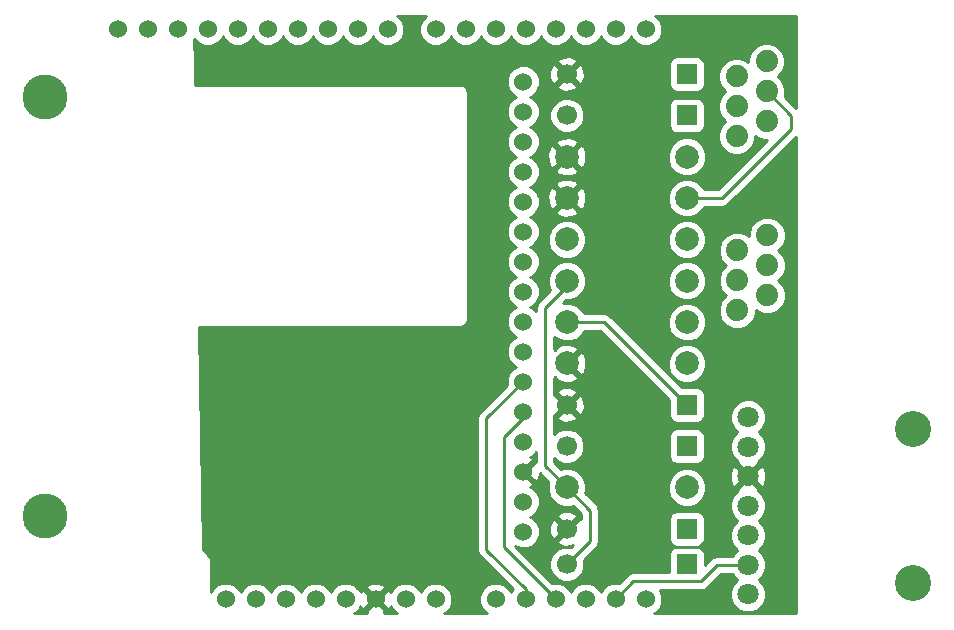
<source format=gbr>
G04 #@! TF.FileFunction,Copper,L2,Bot,Signal*
%FSLAX46Y46*%
G04 Gerber Fmt 4.6, Leading zero omitted, Abs format (unit mm)*
G04 Created by KiCad (PCBNEW 4.0.2-stable) date Tuesday, December 06, 2016 'PMt' 03:41:46 PM*
%MOMM*%
G01*
G04 APERTURE LIST*
%ADD10C,0.100000*%
%ADD11C,1.699260*%
%ADD12R,1.699260X1.699260*%
%ADD13C,1.998980*%
%ADD14C,1.879600*%
%ADD15C,1.524000*%
%ADD16C,3.048000*%
%ADD17C,1.800000*%
%ADD18C,3.810000*%
%ADD19C,0.250000*%
%ADD20C,0.254000*%
G04 APERTURE END LIST*
D10*
D11*
X160839480Y-125502540D03*
D12*
X170999480Y-125502540D03*
D11*
X160839480Y-122502540D03*
D12*
X170999480Y-122502540D03*
D11*
X160839480Y-87502540D03*
D12*
X170999480Y-87502540D03*
D11*
X160839480Y-84002540D03*
D12*
X170999480Y-84002540D03*
D11*
X160839480Y-115502540D03*
D12*
X170999480Y-115502540D03*
D11*
X160839480Y-112002540D03*
D12*
X170999480Y-112002540D03*
D13*
X171000000Y-119000000D03*
X160840000Y-119000000D03*
X171000000Y-101500000D03*
X160840000Y-101500000D03*
X171000000Y-98000000D03*
X160840000Y-98000000D03*
X171000000Y-94500000D03*
X160840000Y-94500000D03*
X171000000Y-91000000D03*
X160840000Y-91000000D03*
X171000000Y-105000000D03*
X160840000Y-105000000D03*
X171000000Y-108500000D03*
X160840000Y-108500000D03*
D14*
X175260000Y-104013000D03*
X177800000Y-102743000D03*
X175260000Y-101473000D03*
X177800000Y-100203000D03*
X175260000Y-98933000D03*
X177800000Y-97663000D03*
D15*
X167501100Y-128463600D03*
X164961100Y-128463600D03*
X162421100Y-128463600D03*
X154801100Y-128463600D03*
X157341100Y-128463600D03*
X159881100Y-128463600D03*
X149721100Y-128463600D03*
X147181100Y-128463600D03*
X144641100Y-128463600D03*
X139561100Y-128463600D03*
X137021100Y-128463600D03*
X167501100Y-80203600D03*
X164961100Y-80203600D03*
X162421100Y-80203600D03*
X159881100Y-80203600D03*
X157341100Y-80203600D03*
X154801100Y-80203600D03*
X152261100Y-80203600D03*
X149721100Y-80203600D03*
X145657100Y-80203600D03*
X143117100Y-80203600D03*
X140577100Y-80203600D03*
X138037100Y-80203600D03*
X135497100Y-80203600D03*
X132957100Y-80203600D03*
X130417100Y-80203600D03*
X127877100Y-80203600D03*
X142101100Y-128463600D03*
X125337100Y-80203600D03*
X122797100Y-80203600D03*
X134481100Y-128463600D03*
X131941100Y-128463600D03*
D16*
X190184800Y-127048400D03*
D17*
X176184800Y-120548400D03*
X176184800Y-118048400D03*
X176184800Y-115548400D03*
X176184800Y-113048400D03*
X176184800Y-123048400D03*
X176184800Y-125548400D03*
X176184800Y-128048400D03*
D16*
X190184800Y-114048400D03*
D18*
X116674800Y-85932800D03*
D15*
X157149800Y-122732800D03*
X157149800Y-120192800D03*
X157149800Y-117652800D03*
X157149800Y-115112800D03*
X157149800Y-112572800D03*
X157149800Y-110032800D03*
X157149800Y-107492800D03*
X157149800Y-104952800D03*
X157149800Y-102412800D03*
X157149800Y-99872800D03*
X157149800Y-97332800D03*
X157149800Y-94792800D03*
X157149800Y-92252800D03*
X157149800Y-89712800D03*
X157149800Y-87172800D03*
X157149800Y-84632800D03*
D18*
X116674800Y-121432800D03*
D14*
X175209200Y-89281000D03*
X177749200Y-88011000D03*
X175209200Y-86741000D03*
X177749200Y-85471000D03*
X175209200Y-84201000D03*
X177749200Y-82931000D03*
D19*
X160840000Y-101500000D02*
X160840000Y-101948400D01*
X160840000Y-101948400D02*
X159004000Y-103784400D01*
X159004000Y-117164000D02*
X160840000Y-119000000D01*
X159004000Y-103784400D02*
X159004000Y-117164000D01*
X160840000Y-119000000D02*
X160859200Y-119000000D01*
X160859200Y-119000000D02*
X162814000Y-120954800D01*
X162814000Y-123528020D02*
X160839480Y-125502540D01*
X162814000Y-120954800D02*
X162814000Y-123528020D01*
X160840000Y-105000000D02*
X163996940Y-105000000D01*
X163996940Y-105000000D02*
X170999480Y-112002540D01*
X171000000Y-94500000D02*
X173978000Y-94500000D01*
X179832000Y-87553800D02*
X177749200Y-85471000D01*
X179832000Y-88646000D02*
X179832000Y-87553800D01*
X173978000Y-94500000D02*
X179832000Y-88646000D01*
X176184800Y-125548400D02*
X173562000Y-125548400D01*
X166475500Y-126949200D02*
X164961100Y-128463600D01*
X172161200Y-126949200D02*
X166475500Y-126949200D01*
X173562000Y-125548400D02*
X172161200Y-126949200D01*
X157341100Y-128463600D02*
X157341100Y-127572300D01*
X154025600Y-113157000D02*
X157149800Y-110032800D01*
X154025600Y-124256800D02*
X154025600Y-113157000D01*
X157341100Y-127572300D02*
X154025600Y-124256800D01*
X157149800Y-112572800D02*
X157632400Y-112572800D01*
X157632400Y-112572800D02*
X155498800Y-114706400D01*
X155498800Y-114706400D02*
X155498800Y-124081300D01*
X155498800Y-124081300D02*
X159881100Y-128463600D01*
X152400000Y-80695800D02*
X152400000Y-80416400D01*
D20*
G36*
X148537471Y-79411230D02*
X148324343Y-79924500D01*
X148323858Y-80480261D01*
X148536090Y-80993903D01*
X148928730Y-81387229D01*
X149442000Y-81600357D01*
X149997761Y-81600842D01*
X150511403Y-81388610D01*
X150904729Y-80995970D01*
X150991049Y-80788088D01*
X151076090Y-80993903D01*
X151468730Y-81387229D01*
X151982000Y-81600357D01*
X152537761Y-81600842D01*
X153051403Y-81388610D01*
X153444729Y-80995970D01*
X153531049Y-80788088D01*
X153616090Y-80993903D01*
X154008730Y-81387229D01*
X154522000Y-81600357D01*
X155077761Y-81600842D01*
X155591403Y-81388610D01*
X155984729Y-80995970D01*
X156071049Y-80788088D01*
X156156090Y-80993903D01*
X156548730Y-81387229D01*
X157062000Y-81600357D01*
X157617761Y-81600842D01*
X158131403Y-81388610D01*
X158524729Y-80995970D01*
X158611049Y-80788088D01*
X158696090Y-80993903D01*
X159088730Y-81387229D01*
X159602000Y-81600357D01*
X160157761Y-81600842D01*
X160671403Y-81388610D01*
X161064729Y-80995970D01*
X161151049Y-80788088D01*
X161236090Y-80993903D01*
X161628730Y-81387229D01*
X162142000Y-81600357D01*
X162697761Y-81600842D01*
X163211403Y-81388610D01*
X163604729Y-80995970D01*
X163691049Y-80788088D01*
X163776090Y-80993903D01*
X164168730Y-81387229D01*
X164682000Y-81600357D01*
X165237761Y-81600842D01*
X165751403Y-81388610D01*
X166144729Y-80995970D01*
X166231049Y-80788088D01*
X166316090Y-80993903D01*
X166708730Y-81387229D01*
X167222000Y-81600357D01*
X167777761Y-81600842D01*
X168291403Y-81388610D01*
X168684729Y-80995970D01*
X168897857Y-80482700D01*
X168898342Y-79926939D01*
X168686110Y-79413297D01*
X168342813Y-79069400D01*
X180263800Y-79069400D01*
X180263800Y-86910798D01*
X179269416Y-85916414D01*
X179323726Y-85785621D01*
X179324273Y-85159127D01*
X179085029Y-84580113D01*
X178706304Y-84200727D01*
X179083472Y-83824217D01*
X179323726Y-83245621D01*
X179324273Y-82619127D01*
X179085029Y-82040113D01*
X178642417Y-81596728D01*
X178063821Y-81356474D01*
X177437327Y-81355927D01*
X176858313Y-81595171D01*
X176414928Y-82037783D01*
X176174674Y-82616379D01*
X176174392Y-82938829D01*
X176102417Y-82866728D01*
X175523821Y-82626474D01*
X174897327Y-82625927D01*
X174318313Y-82865171D01*
X173874928Y-83307783D01*
X173634674Y-83886379D01*
X173634127Y-84512873D01*
X173873371Y-85091887D01*
X174252096Y-85471273D01*
X173874928Y-85847783D01*
X173634674Y-86426379D01*
X173634127Y-87052873D01*
X173873371Y-87631887D01*
X174252096Y-88011273D01*
X173874928Y-88387783D01*
X173634674Y-88966379D01*
X173634127Y-89592873D01*
X173873371Y-90171887D01*
X174315983Y-90615272D01*
X174894579Y-90855526D01*
X175521073Y-90856073D01*
X176100087Y-90616829D01*
X176543472Y-90174217D01*
X176783726Y-89595621D01*
X176784008Y-89273171D01*
X176855983Y-89345272D01*
X177434579Y-89585526D01*
X177817338Y-89585860D01*
X173663198Y-93740000D01*
X172454496Y-93740000D01*
X172386462Y-93575345D01*
X171927073Y-93115154D01*
X171326547Y-92865794D01*
X170676306Y-92865226D01*
X170075345Y-93113538D01*
X169615154Y-93572927D01*
X169365794Y-94173453D01*
X169365226Y-94823694D01*
X169613538Y-95424655D01*
X170072927Y-95884846D01*
X170673453Y-96134206D01*
X171323694Y-96134774D01*
X171924655Y-95886462D01*
X172384846Y-95427073D01*
X172454221Y-95260000D01*
X173978000Y-95260000D01*
X174268839Y-95202148D01*
X174515401Y-95037401D01*
X180263800Y-89289002D01*
X180263800Y-129667800D01*
X168244960Y-129667800D01*
X168291403Y-129648610D01*
X168684729Y-129255970D01*
X168897857Y-128742700D01*
X168898342Y-128186939D01*
X168700945Y-127709200D01*
X172161200Y-127709200D01*
X172452039Y-127651348D01*
X172698601Y-127486601D01*
X173876802Y-126308400D01*
X174837954Y-126308400D01*
X174882732Y-126416771D01*
X175263982Y-126798688D01*
X174884249Y-127177757D01*
X174650067Y-127741730D01*
X174649535Y-128352391D01*
X174882732Y-128916771D01*
X175314157Y-129348951D01*
X175878130Y-129583133D01*
X176488791Y-129583665D01*
X177053171Y-129350468D01*
X177485351Y-128919043D01*
X177719533Y-128355070D01*
X177720065Y-127744409D01*
X177486868Y-127180029D01*
X177105618Y-126798112D01*
X177485351Y-126419043D01*
X177719533Y-125855070D01*
X177720065Y-125244409D01*
X177486868Y-124680029D01*
X177105618Y-124298112D01*
X177485351Y-123919043D01*
X177719533Y-123355070D01*
X177720065Y-122744409D01*
X177486868Y-122180029D01*
X177105618Y-121798112D01*
X177485351Y-121419043D01*
X177719533Y-120855070D01*
X177720065Y-120244409D01*
X177486868Y-119680029D01*
X177055443Y-119247849D01*
X177046428Y-119244106D01*
X177085354Y-119128559D01*
X176184800Y-118228005D01*
X175284246Y-119128559D01*
X175323007Y-119243614D01*
X175316429Y-119246332D01*
X174884249Y-119677757D01*
X174650067Y-120241730D01*
X174649535Y-120852391D01*
X174882732Y-121416771D01*
X175263982Y-121798688D01*
X174884249Y-122177757D01*
X174650067Y-122741730D01*
X174649535Y-123352391D01*
X174882732Y-123916771D01*
X175263982Y-124298688D01*
X174884249Y-124677757D01*
X174838306Y-124788400D01*
X173562000Y-124788400D01*
X173271160Y-124846252D01*
X173024599Y-125010999D01*
X172496550Y-125539048D01*
X172496550Y-124652910D01*
X172452272Y-124417593D01*
X172313200Y-124201469D01*
X172101000Y-124056479D01*
X171849110Y-124005470D01*
X170149850Y-124005470D01*
X169914533Y-124049748D01*
X169698409Y-124188820D01*
X169553419Y-124401020D01*
X169502410Y-124652910D01*
X169502410Y-126189200D01*
X166475500Y-126189200D01*
X166184661Y-126247052D01*
X165938099Y-126411799D01*
X165270481Y-127079417D01*
X165240200Y-127066843D01*
X164684439Y-127066358D01*
X164170797Y-127278590D01*
X163777471Y-127671230D01*
X163691151Y-127879112D01*
X163606110Y-127673297D01*
X163213470Y-127279971D01*
X162700200Y-127066843D01*
X162144439Y-127066358D01*
X161630797Y-127278590D01*
X161237471Y-127671230D01*
X161151151Y-127879112D01*
X161066110Y-127673297D01*
X160673470Y-127279971D01*
X160160200Y-127066843D01*
X159604439Y-127066358D01*
X159572045Y-127079743D01*
X156445159Y-123952857D01*
X156870700Y-124129557D01*
X157426461Y-124130042D01*
X157940103Y-123917810D01*
X158333429Y-123525170D01*
X158546557Y-123011900D01*
X158547042Y-122456139D01*
X158471746Y-122273907D01*
X159343130Y-122273907D01*
X159369539Y-122863939D01*
X159544527Y-123286398D01*
X159795790Y-123366625D01*
X160659875Y-122502540D01*
X159795790Y-121638455D01*
X159544527Y-121718682D01*
X159343130Y-122273907D01*
X158471746Y-122273907D01*
X158334810Y-121942497D01*
X157942170Y-121549171D01*
X157734288Y-121462851D01*
X157743971Y-121458850D01*
X159975395Y-121458850D01*
X160839480Y-122322935D01*
X161703565Y-121458850D01*
X161623338Y-121207587D01*
X161068113Y-121006190D01*
X160478081Y-121032599D01*
X160055622Y-121207587D01*
X159975395Y-121458850D01*
X157743971Y-121458850D01*
X157940103Y-121377810D01*
X158333429Y-120985170D01*
X158546557Y-120471900D01*
X158547042Y-119916139D01*
X158334810Y-119402497D01*
X157942170Y-119009171D01*
X157750073Y-118929405D01*
X157880943Y-118875197D01*
X157950408Y-118633013D01*
X157149800Y-117832405D01*
X157135658Y-117846548D01*
X156956053Y-117666943D01*
X156970195Y-117652800D01*
X156956053Y-117638658D01*
X157135658Y-117459053D01*
X157149800Y-117473195D01*
X157950408Y-116672587D01*
X157880943Y-116430403D01*
X157740482Y-116380291D01*
X157940103Y-116297810D01*
X158244000Y-115994443D01*
X158244000Y-116884887D01*
X158130013Y-116852192D01*
X157329405Y-117652800D01*
X158130013Y-118453408D01*
X158372197Y-118383943D01*
X158558944Y-117860498D01*
X158555427Y-117790229D01*
X159274115Y-118508917D01*
X159205794Y-118673453D01*
X159205226Y-119323694D01*
X159453538Y-119924655D01*
X159912927Y-120384846D01*
X160513453Y-120634206D01*
X161163694Y-120634774D01*
X161344475Y-120560077D01*
X162054000Y-121269602D01*
X162054000Y-121693000D01*
X161883170Y-121638455D01*
X161019085Y-122502540D01*
X161033228Y-122516683D01*
X160853623Y-122696288D01*
X160839480Y-122682145D01*
X159975395Y-123546230D01*
X160055622Y-123797493D01*
X160610847Y-123998890D01*
X161200879Y-123972481D01*
X161361104Y-123906114D01*
X161215906Y-124051312D01*
X161136087Y-124018168D01*
X160545464Y-124017652D01*
X159999603Y-124243198D01*
X159581606Y-124660466D01*
X159355108Y-125205933D01*
X159354592Y-125796556D01*
X159580138Y-126342417D01*
X159997406Y-126760414D01*
X160542873Y-126986912D01*
X161133496Y-126987428D01*
X161679357Y-126761882D01*
X162097354Y-126344614D01*
X162323852Y-125799147D01*
X162324368Y-125208524D01*
X162290431Y-125126391D01*
X163351401Y-124065421D01*
X163516148Y-123818859D01*
X163574000Y-123528020D01*
X163574000Y-121652910D01*
X169502410Y-121652910D01*
X169502410Y-123352170D01*
X169546688Y-123587487D01*
X169685760Y-123803611D01*
X169897960Y-123948601D01*
X170149850Y-123999610D01*
X171849110Y-123999610D01*
X172084427Y-123955332D01*
X172300551Y-123816260D01*
X172445541Y-123604060D01*
X172496550Y-123352170D01*
X172496550Y-121652910D01*
X172452272Y-121417593D01*
X172313200Y-121201469D01*
X172101000Y-121056479D01*
X171849110Y-121005470D01*
X170149850Y-121005470D01*
X169914533Y-121049748D01*
X169698409Y-121188820D01*
X169553419Y-121401020D01*
X169502410Y-121652910D01*
X163574000Y-121652910D01*
X163574000Y-120954800D01*
X163516148Y-120663961D01*
X163351401Y-120417399D01*
X162411518Y-119477516D01*
X162474206Y-119326547D01*
X162474208Y-119323694D01*
X169365226Y-119323694D01*
X169613538Y-119924655D01*
X170072927Y-120384846D01*
X170673453Y-120634206D01*
X171323694Y-120634774D01*
X171924655Y-120386462D01*
X172384846Y-119927073D01*
X172634206Y-119326547D01*
X172634774Y-118676306D01*
X172386462Y-118075345D01*
X172119320Y-117807736D01*
X174638342Y-117807736D01*
X174663961Y-118417860D01*
X174848157Y-118862548D01*
X175104641Y-118948954D01*
X176005195Y-118048400D01*
X176364405Y-118048400D01*
X177264959Y-118948954D01*
X177521443Y-118862548D01*
X177731258Y-118289064D01*
X177705639Y-117678940D01*
X177521443Y-117234252D01*
X177264959Y-117147846D01*
X176364405Y-118048400D01*
X176005195Y-118048400D01*
X175104641Y-117147846D01*
X174848157Y-117234252D01*
X174638342Y-117807736D01*
X172119320Y-117807736D01*
X171927073Y-117615154D01*
X171326547Y-117365794D01*
X170676306Y-117365226D01*
X170075345Y-117613538D01*
X169615154Y-118072927D01*
X169365794Y-118673453D01*
X169365226Y-119323694D01*
X162474208Y-119323694D01*
X162474774Y-118676306D01*
X162226462Y-118075345D01*
X161767073Y-117615154D01*
X161166547Y-117365794D01*
X160516306Y-117365226D01*
X160349111Y-117434309D01*
X159764000Y-116849198D01*
X159764000Y-116526600D01*
X159997406Y-116760414D01*
X160542873Y-116986912D01*
X161133496Y-116987428D01*
X161679357Y-116761882D01*
X162097354Y-116344614D01*
X162323852Y-115799147D01*
X162324368Y-115208524D01*
X162098822Y-114662663D01*
X162089087Y-114652910D01*
X169502410Y-114652910D01*
X169502410Y-116352170D01*
X169546688Y-116587487D01*
X169685760Y-116803611D01*
X169897960Y-116948601D01*
X170149850Y-116999610D01*
X171849110Y-116999610D01*
X172084427Y-116955332D01*
X172300551Y-116816260D01*
X172445541Y-116604060D01*
X172496550Y-116352170D01*
X172496550Y-114652910D01*
X172452272Y-114417593D01*
X172313200Y-114201469D01*
X172101000Y-114056479D01*
X171849110Y-114005470D01*
X170149850Y-114005470D01*
X169914533Y-114049748D01*
X169698409Y-114188820D01*
X169553419Y-114401020D01*
X169502410Y-114652910D01*
X162089087Y-114652910D01*
X161681554Y-114244666D01*
X161136087Y-114018168D01*
X160545464Y-114017652D01*
X159999603Y-114243198D01*
X159764000Y-114478390D01*
X159764000Y-113046230D01*
X159975395Y-113046230D01*
X160055622Y-113297493D01*
X160610847Y-113498890D01*
X161200879Y-113472481D01*
X161623338Y-113297493D01*
X161703565Y-113046230D01*
X160839480Y-112182145D01*
X159975395Y-113046230D01*
X159764000Y-113046230D01*
X159764000Y-112856475D01*
X159795790Y-112866625D01*
X160659875Y-112002540D01*
X161019085Y-112002540D01*
X161883170Y-112866625D01*
X162134433Y-112786398D01*
X162335830Y-112231173D01*
X162309421Y-111641141D01*
X162134433Y-111218682D01*
X161883170Y-111138455D01*
X161019085Y-112002540D01*
X160659875Y-112002540D01*
X159795790Y-111138455D01*
X159764000Y-111148605D01*
X159764000Y-110958850D01*
X159975395Y-110958850D01*
X160839480Y-111822935D01*
X161703565Y-110958850D01*
X161623338Y-110707587D01*
X161068113Y-110506190D01*
X160478081Y-110532599D01*
X160055622Y-110707587D01*
X159975395Y-110958850D01*
X159764000Y-110958850D01*
X159764000Y-109755608D01*
X159867444Y-109652164D01*
X159966042Y-109918965D01*
X160575582Y-110145401D01*
X161225377Y-110121341D01*
X161713958Y-109918965D01*
X161812557Y-109652163D01*
X160840000Y-108679605D01*
X160825858Y-108693748D01*
X160646252Y-108514142D01*
X160660395Y-108500000D01*
X161019605Y-108500000D01*
X161992163Y-109472557D01*
X162258965Y-109373958D01*
X162485401Y-108764418D01*
X162461341Y-108114623D01*
X162258965Y-107626042D01*
X161992163Y-107527443D01*
X161019605Y-108500000D01*
X160660395Y-108500000D01*
X160646252Y-108485858D01*
X160825858Y-108306252D01*
X160840000Y-108320395D01*
X161812557Y-107347837D01*
X161713958Y-107081035D01*
X161104418Y-106854599D01*
X160454623Y-106878659D01*
X159966042Y-107081035D01*
X159867444Y-107347836D01*
X159764000Y-107244392D01*
X159764000Y-106235659D01*
X159912927Y-106384846D01*
X160513453Y-106634206D01*
X161163694Y-106634774D01*
X161764655Y-106386462D01*
X162224846Y-105927073D01*
X162294221Y-105760000D01*
X163682138Y-105760000D01*
X169502410Y-111580272D01*
X169502410Y-112852170D01*
X169546688Y-113087487D01*
X169685760Y-113303611D01*
X169897960Y-113448601D01*
X170149850Y-113499610D01*
X171849110Y-113499610D01*
X172084427Y-113455332D01*
X172244401Y-113352391D01*
X174649535Y-113352391D01*
X174882732Y-113916771D01*
X175263982Y-114298688D01*
X174884249Y-114677757D01*
X174650067Y-115241730D01*
X174649535Y-115852391D01*
X174882732Y-116416771D01*
X175314157Y-116848951D01*
X175323172Y-116852694D01*
X175284246Y-116968241D01*
X176184800Y-117868795D01*
X177085354Y-116968241D01*
X177046593Y-116853186D01*
X177053171Y-116850468D01*
X177485351Y-116419043D01*
X177719533Y-115855070D01*
X177720065Y-115244409D01*
X177486868Y-114680029D01*
X177105618Y-114298112D01*
X177485351Y-113919043D01*
X177719533Y-113355070D01*
X177720065Y-112744409D01*
X177486868Y-112180029D01*
X177055443Y-111747849D01*
X176491470Y-111513667D01*
X175880809Y-111513135D01*
X175316429Y-111746332D01*
X174884249Y-112177757D01*
X174650067Y-112741730D01*
X174649535Y-113352391D01*
X172244401Y-113352391D01*
X172300551Y-113316260D01*
X172445541Y-113104060D01*
X172496550Y-112852170D01*
X172496550Y-111152910D01*
X172452272Y-110917593D01*
X172313200Y-110701469D01*
X172101000Y-110556479D01*
X171849110Y-110505470D01*
X170577212Y-110505470D01*
X168895436Y-108823694D01*
X169365226Y-108823694D01*
X169613538Y-109424655D01*
X170072927Y-109884846D01*
X170673453Y-110134206D01*
X171323694Y-110134774D01*
X171924655Y-109886462D01*
X172384846Y-109427073D01*
X172634206Y-108826547D01*
X172634774Y-108176306D01*
X172386462Y-107575345D01*
X171927073Y-107115154D01*
X171326547Y-106865794D01*
X170676306Y-106865226D01*
X170075345Y-107113538D01*
X169615154Y-107572927D01*
X169365794Y-108173453D01*
X169365226Y-108823694D01*
X168895436Y-108823694D01*
X165395436Y-105323694D01*
X169365226Y-105323694D01*
X169613538Y-105924655D01*
X170072927Y-106384846D01*
X170673453Y-106634206D01*
X171323694Y-106634774D01*
X171924655Y-106386462D01*
X172384846Y-105927073D01*
X172634206Y-105326547D01*
X172634774Y-104676306D01*
X172386462Y-104075345D01*
X171927073Y-103615154D01*
X171326547Y-103365794D01*
X170676306Y-103365226D01*
X170075345Y-103613538D01*
X169615154Y-104072927D01*
X169365794Y-104673453D01*
X169365226Y-105323694D01*
X165395436Y-105323694D01*
X164534341Y-104462599D01*
X164287779Y-104297852D01*
X163996940Y-104240000D01*
X162294496Y-104240000D01*
X162226462Y-104075345D01*
X161767073Y-103615154D01*
X161166547Y-103365794D01*
X160516306Y-103365226D01*
X160485069Y-103378133D01*
X160728808Y-103134394D01*
X161163694Y-103134774D01*
X161764655Y-102886462D01*
X162224846Y-102427073D01*
X162474206Y-101826547D01*
X162474208Y-101823694D01*
X169365226Y-101823694D01*
X169613538Y-102424655D01*
X170072927Y-102884846D01*
X170673453Y-103134206D01*
X171323694Y-103134774D01*
X171924655Y-102886462D01*
X172384846Y-102427073D01*
X172634206Y-101826547D01*
X172634774Y-101176306D01*
X172386462Y-100575345D01*
X171927073Y-100115154D01*
X171326547Y-99865794D01*
X170676306Y-99865226D01*
X170075345Y-100113538D01*
X169615154Y-100572927D01*
X169365794Y-101173453D01*
X169365226Y-101823694D01*
X162474208Y-101823694D01*
X162474774Y-101176306D01*
X162226462Y-100575345D01*
X161767073Y-100115154D01*
X161166547Y-99865794D01*
X160516306Y-99865226D01*
X159915345Y-100113538D01*
X159455154Y-100572927D01*
X159205794Y-101173453D01*
X159205226Y-101823694D01*
X159405413Y-102308185D01*
X158466599Y-103246999D01*
X158301852Y-103493561D01*
X158244000Y-103784400D01*
X158244000Y-104071528D01*
X157942170Y-103769171D01*
X157734288Y-103682851D01*
X157940103Y-103597810D01*
X158333429Y-103205170D01*
X158546557Y-102691900D01*
X158547042Y-102136139D01*
X158334810Y-101622497D01*
X157942170Y-101229171D01*
X157734288Y-101142851D01*
X157940103Y-101057810D01*
X158333429Y-100665170D01*
X158546557Y-100151900D01*
X158547042Y-99596139D01*
X158334810Y-99082497D01*
X157942170Y-98689171D01*
X157734288Y-98602851D01*
X157940103Y-98517810D01*
X158134558Y-98323694D01*
X159205226Y-98323694D01*
X159453538Y-98924655D01*
X159912927Y-99384846D01*
X160513453Y-99634206D01*
X161163694Y-99634774D01*
X161764655Y-99386462D01*
X162224846Y-98927073D01*
X162474206Y-98326547D01*
X162474208Y-98323694D01*
X169365226Y-98323694D01*
X169613538Y-98924655D01*
X170072927Y-99384846D01*
X170673453Y-99634206D01*
X171323694Y-99634774D01*
X171924655Y-99386462D01*
X172066491Y-99244873D01*
X173684927Y-99244873D01*
X173924171Y-99823887D01*
X174302896Y-100203273D01*
X173925728Y-100579783D01*
X173685474Y-101158379D01*
X173684927Y-101784873D01*
X173924171Y-102363887D01*
X174302896Y-102743273D01*
X173925728Y-103119783D01*
X173685474Y-103698379D01*
X173684927Y-104324873D01*
X173924171Y-104903887D01*
X174366783Y-105347272D01*
X174945379Y-105587526D01*
X175571873Y-105588073D01*
X176150887Y-105348829D01*
X176594272Y-104906217D01*
X176834526Y-104327621D01*
X176834808Y-104005171D01*
X176906783Y-104077272D01*
X177485379Y-104317526D01*
X178111873Y-104318073D01*
X178690887Y-104078829D01*
X179134272Y-103636217D01*
X179374526Y-103057621D01*
X179375073Y-102431127D01*
X179135829Y-101852113D01*
X178757104Y-101472727D01*
X179134272Y-101096217D01*
X179374526Y-100517621D01*
X179375073Y-99891127D01*
X179135829Y-99312113D01*
X178757104Y-98932727D01*
X179134272Y-98556217D01*
X179374526Y-97977621D01*
X179375073Y-97351127D01*
X179135829Y-96772113D01*
X178693217Y-96328728D01*
X178114621Y-96088474D01*
X177488127Y-96087927D01*
X176909113Y-96327171D01*
X176465728Y-96769783D01*
X176225474Y-97348379D01*
X176225192Y-97670829D01*
X176153217Y-97598728D01*
X175574621Y-97358474D01*
X174948127Y-97357927D01*
X174369113Y-97597171D01*
X173925728Y-98039783D01*
X173685474Y-98618379D01*
X173684927Y-99244873D01*
X172066491Y-99244873D01*
X172384846Y-98927073D01*
X172634206Y-98326547D01*
X172634774Y-97676306D01*
X172386462Y-97075345D01*
X171927073Y-96615154D01*
X171326547Y-96365794D01*
X170676306Y-96365226D01*
X170075345Y-96613538D01*
X169615154Y-97072927D01*
X169365794Y-97673453D01*
X169365226Y-98323694D01*
X162474208Y-98323694D01*
X162474774Y-97676306D01*
X162226462Y-97075345D01*
X161767073Y-96615154D01*
X161166547Y-96365794D01*
X160516306Y-96365226D01*
X159915345Y-96613538D01*
X159455154Y-97072927D01*
X159205794Y-97673453D01*
X159205226Y-98323694D01*
X158134558Y-98323694D01*
X158333429Y-98125170D01*
X158546557Y-97611900D01*
X158547042Y-97056139D01*
X158334810Y-96542497D01*
X157942170Y-96149171D01*
X157734288Y-96062851D01*
X157940103Y-95977810D01*
X158266318Y-95652163D01*
X159867443Y-95652163D01*
X159966042Y-95918965D01*
X160575582Y-96145401D01*
X161225377Y-96121341D01*
X161713958Y-95918965D01*
X161812557Y-95652163D01*
X160840000Y-94679605D01*
X159867443Y-95652163D01*
X158266318Y-95652163D01*
X158333429Y-95585170D01*
X158546557Y-95071900D01*
X158547042Y-94516139D01*
X158431119Y-94235582D01*
X159194599Y-94235582D01*
X159218659Y-94885377D01*
X159421035Y-95373958D01*
X159687837Y-95472557D01*
X160660395Y-94500000D01*
X161019605Y-94500000D01*
X161992163Y-95472557D01*
X162258965Y-95373958D01*
X162485401Y-94764418D01*
X162461341Y-94114623D01*
X162258965Y-93626042D01*
X161992163Y-93527443D01*
X161019605Y-94500000D01*
X160660395Y-94500000D01*
X159687837Y-93527443D01*
X159421035Y-93626042D01*
X159194599Y-94235582D01*
X158431119Y-94235582D01*
X158334810Y-94002497D01*
X157942170Y-93609171D01*
X157734288Y-93522851D01*
X157940103Y-93437810D01*
X158030233Y-93347837D01*
X159867443Y-93347837D01*
X160840000Y-94320395D01*
X161812557Y-93347837D01*
X161713958Y-93081035D01*
X161104418Y-92854599D01*
X160454623Y-92878659D01*
X159966042Y-93081035D01*
X159867443Y-93347837D01*
X158030233Y-93347837D01*
X158333429Y-93045170D01*
X158546557Y-92531900D01*
X158546888Y-92152163D01*
X159867443Y-92152163D01*
X159966042Y-92418965D01*
X160575582Y-92645401D01*
X161225377Y-92621341D01*
X161713958Y-92418965D01*
X161812557Y-92152163D01*
X160840000Y-91179605D01*
X159867443Y-92152163D01*
X158546888Y-92152163D01*
X158547042Y-91976139D01*
X158334810Y-91462497D01*
X157942170Y-91069171D01*
X157734288Y-90982851D01*
X157940103Y-90897810D01*
X158102614Y-90735582D01*
X159194599Y-90735582D01*
X159218659Y-91385377D01*
X159421035Y-91873958D01*
X159687837Y-91972557D01*
X160660395Y-91000000D01*
X161019605Y-91000000D01*
X161992163Y-91972557D01*
X162258965Y-91873958D01*
X162463380Y-91323694D01*
X169365226Y-91323694D01*
X169613538Y-91924655D01*
X170072927Y-92384846D01*
X170673453Y-92634206D01*
X171323694Y-92634774D01*
X171924655Y-92386462D01*
X172384846Y-91927073D01*
X172634206Y-91326547D01*
X172634774Y-90676306D01*
X172386462Y-90075345D01*
X171927073Y-89615154D01*
X171326547Y-89365794D01*
X170676306Y-89365226D01*
X170075345Y-89613538D01*
X169615154Y-90072927D01*
X169365794Y-90673453D01*
X169365226Y-91323694D01*
X162463380Y-91323694D01*
X162485401Y-91264418D01*
X162461341Y-90614623D01*
X162258965Y-90126042D01*
X161992163Y-90027443D01*
X161019605Y-91000000D01*
X160660395Y-91000000D01*
X159687837Y-90027443D01*
X159421035Y-90126042D01*
X159194599Y-90735582D01*
X158102614Y-90735582D01*
X158333429Y-90505170D01*
X158546557Y-89991900D01*
X158546682Y-89847837D01*
X159867443Y-89847837D01*
X160840000Y-90820395D01*
X161812557Y-89847837D01*
X161713958Y-89581035D01*
X161104418Y-89354599D01*
X160454623Y-89378659D01*
X159966042Y-89581035D01*
X159867443Y-89847837D01*
X158546682Y-89847837D01*
X158547042Y-89436139D01*
X158334810Y-88922497D01*
X157942170Y-88529171D01*
X157734288Y-88442851D01*
X157940103Y-88357810D01*
X158333429Y-87965170D01*
X158403443Y-87796556D01*
X159354592Y-87796556D01*
X159580138Y-88342417D01*
X159997406Y-88760414D01*
X160542873Y-88986912D01*
X161133496Y-88987428D01*
X161679357Y-88761882D01*
X162097354Y-88344614D01*
X162323852Y-87799147D01*
X162324368Y-87208524D01*
X162098822Y-86662663D01*
X162089087Y-86652910D01*
X169502410Y-86652910D01*
X169502410Y-88352170D01*
X169546688Y-88587487D01*
X169685760Y-88803611D01*
X169897960Y-88948601D01*
X170149850Y-88999610D01*
X171849110Y-88999610D01*
X172084427Y-88955332D01*
X172300551Y-88816260D01*
X172445541Y-88604060D01*
X172496550Y-88352170D01*
X172496550Y-86652910D01*
X172452272Y-86417593D01*
X172313200Y-86201469D01*
X172101000Y-86056479D01*
X171849110Y-86005470D01*
X170149850Y-86005470D01*
X169914533Y-86049748D01*
X169698409Y-86188820D01*
X169553419Y-86401020D01*
X169502410Y-86652910D01*
X162089087Y-86652910D01*
X161681554Y-86244666D01*
X161136087Y-86018168D01*
X160545464Y-86017652D01*
X159999603Y-86243198D01*
X159581606Y-86660466D01*
X159355108Y-87205933D01*
X159354592Y-87796556D01*
X158403443Y-87796556D01*
X158546557Y-87451900D01*
X158547042Y-86896139D01*
X158334810Y-86382497D01*
X157942170Y-85989171D01*
X157734288Y-85902851D01*
X157940103Y-85817810D01*
X158333429Y-85425170D01*
X158490778Y-85046230D01*
X159975395Y-85046230D01*
X160055622Y-85297493D01*
X160610847Y-85498890D01*
X161200879Y-85472481D01*
X161623338Y-85297493D01*
X161703565Y-85046230D01*
X160839480Y-84182145D01*
X159975395Y-85046230D01*
X158490778Y-85046230D01*
X158546557Y-84911900D01*
X158547042Y-84356139D01*
X158334810Y-83842497D01*
X158266340Y-83773907D01*
X159343130Y-83773907D01*
X159369539Y-84363939D01*
X159544527Y-84786398D01*
X159795790Y-84866625D01*
X160659875Y-84002540D01*
X161019085Y-84002540D01*
X161883170Y-84866625D01*
X162134433Y-84786398D01*
X162335830Y-84231173D01*
X162309421Y-83641141D01*
X162134433Y-83218682D01*
X161928442Y-83152910D01*
X169502410Y-83152910D01*
X169502410Y-84852170D01*
X169546688Y-85087487D01*
X169685760Y-85303611D01*
X169897960Y-85448601D01*
X170149850Y-85499610D01*
X171849110Y-85499610D01*
X172084427Y-85455332D01*
X172300551Y-85316260D01*
X172445541Y-85104060D01*
X172496550Y-84852170D01*
X172496550Y-83152910D01*
X172452272Y-82917593D01*
X172313200Y-82701469D01*
X172101000Y-82556479D01*
X171849110Y-82505470D01*
X170149850Y-82505470D01*
X169914533Y-82549748D01*
X169698409Y-82688820D01*
X169553419Y-82901020D01*
X169502410Y-83152910D01*
X161928442Y-83152910D01*
X161883170Y-83138455D01*
X161019085Y-84002540D01*
X160659875Y-84002540D01*
X159795790Y-83138455D01*
X159544527Y-83218682D01*
X159343130Y-83773907D01*
X158266340Y-83773907D01*
X157942170Y-83449171D01*
X157428900Y-83236043D01*
X156873139Y-83235558D01*
X156359497Y-83447790D01*
X155966171Y-83840430D01*
X155753043Y-84353700D01*
X155752558Y-84909461D01*
X155964790Y-85423103D01*
X156357430Y-85816429D01*
X156565312Y-85902749D01*
X156359497Y-85987790D01*
X155966171Y-86380430D01*
X155753043Y-86893700D01*
X155752558Y-87449461D01*
X155964790Y-87963103D01*
X156357430Y-88356429D01*
X156565312Y-88442749D01*
X156359497Y-88527790D01*
X155966171Y-88920430D01*
X155753043Y-89433700D01*
X155752558Y-89989461D01*
X155964790Y-90503103D01*
X156357430Y-90896429D01*
X156565312Y-90982749D01*
X156359497Y-91067790D01*
X155966171Y-91460430D01*
X155753043Y-91973700D01*
X155752558Y-92529461D01*
X155964790Y-93043103D01*
X156357430Y-93436429D01*
X156565312Y-93522749D01*
X156359497Y-93607790D01*
X155966171Y-94000430D01*
X155753043Y-94513700D01*
X155752558Y-95069461D01*
X155964790Y-95583103D01*
X156357430Y-95976429D01*
X156565312Y-96062749D01*
X156359497Y-96147790D01*
X155966171Y-96540430D01*
X155753043Y-97053700D01*
X155752558Y-97609461D01*
X155964790Y-98123103D01*
X156357430Y-98516429D01*
X156565312Y-98602749D01*
X156359497Y-98687790D01*
X155966171Y-99080430D01*
X155753043Y-99593700D01*
X155752558Y-100149461D01*
X155964790Y-100663103D01*
X156357430Y-101056429D01*
X156565312Y-101142749D01*
X156359497Y-101227790D01*
X155966171Y-101620430D01*
X155753043Y-102133700D01*
X155752558Y-102689461D01*
X155964790Y-103203103D01*
X156357430Y-103596429D01*
X156565312Y-103682749D01*
X156359497Y-103767790D01*
X155966171Y-104160430D01*
X155753043Y-104673700D01*
X155752558Y-105229461D01*
X155964790Y-105743103D01*
X156357430Y-106136429D01*
X156565312Y-106222749D01*
X156359497Y-106307790D01*
X155966171Y-106700430D01*
X155753043Y-107213700D01*
X155752558Y-107769461D01*
X155964790Y-108283103D01*
X156357430Y-108676429D01*
X156565312Y-108762749D01*
X156359497Y-108847790D01*
X155966171Y-109240430D01*
X155753043Y-109753700D01*
X155752558Y-110309461D01*
X155765943Y-110341855D01*
X153488199Y-112619599D01*
X153323452Y-112866161D01*
X153265600Y-113157000D01*
X153265600Y-124256800D01*
X153323452Y-124547639D01*
X153488199Y-124794201D01*
X156261440Y-127567442D01*
X156157471Y-127671230D01*
X156071151Y-127879112D01*
X155986110Y-127673297D01*
X155593470Y-127279971D01*
X155080200Y-127066843D01*
X154524439Y-127066358D01*
X154010797Y-127278590D01*
X153617471Y-127671230D01*
X153404343Y-128184500D01*
X153403858Y-128740261D01*
X153616090Y-129253903D01*
X154008730Y-129647229D01*
X154058271Y-129667800D01*
X150464960Y-129667800D01*
X150511403Y-129648610D01*
X150904729Y-129255970D01*
X151117857Y-128742700D01*
X151118342Y-128186939D01*
X150906110Y-127673297D01*
X150513470Y-127279971D01*
X150000200Y-127066843D01*
X149444439Y-127066358D01*
X148930797Y-127278590D01*
X148537471Y-127671230D01*
X148451151Y-127879112D01*
X148366110Y-127673297D01*
X147973470Y-127279971D01*
X147460200Y-127066843D01*
X146904439Y-127066358D01*
X146390797Y-127278590D01*
X145997471Y-127671230D01*
X145917705Y-127863327D01*
X145863497Y-127732457D01*
X145621313Y-127662992D01*
X144820705Y-128463600D01*
X145621313Y-129264208D01*
X145863497Y-129194743D01*
X145913609Y-129054282D01*
X145996090Y-129253903D01*
X146388730Y-129647229D01*
X146438271Y-129667800D01*
X145377462Y-129667800D01*
X145441708Y-129443813D01*
X144641100Y-128643205D01*
X143840492Y-129443813D01*
X143904738Y-129667800D01*
X142844960Y-129667800D01*
X142891403Y-129648610D01*
X143284729Y-129255970D01*
X143364495Y-129063873D01*
X143418703Y-129194743D01*
X143660887Y-129264208D01*
X144461495Y-128463600D01*
X143660887Y-127662992D01*
X143418703Y-127732457D01*
X143368591Y-127872918D01*
X143286110Y-127673297D01*
X143096532Y-127483387D01*
X143840492Y-127483387D01*
X144641100Y-128283995D01*
X145441708Y-127483387D01*
X145372243Y-127241203D01*
X144848798Y-127054456D01*
X144293732Y-127082238D01*
X143909957Y-127241203D01*
X143840492Y-127483387D01*
X143096532Y-127483387D01*
X142893470Y-127279971D01*
X142380200Y-127066843D01*
X141824439Y-127066358D01*
X141310797Y-127278590D01*
X140917471Y-127671230D01*
X140831151Y-127879112D01*
X140746110Y-127673297D01*
X140353470Y-127279971D01*
X139840200Y-127066843D01*
X139284439Y-127066358D01*
X138770797Y-127278590D01*
X138377471Y-127671230D01*
X138291151Y-127879112D01*
X138206110Y-127673297D01*
X137813470Y-127279971D01*
X137300200Y-127066843D01*
X136744439Y-127066358D01*
X136230797Y-127278590D01*
X135837471Y-127671230D01*
X135751151Y-127879112D01*
X135666110Y-127673297D01*
X135273470Y-127279971D01*
X134760200Y-127066843D01*
X134204439Y-127066358D01*
X133690797Y-127278590D01*
X133297471Y-127671230D01*
X133211151Y-127879112D01*
X133126110Y-127673297D01*
X132733470Y-127279971D01*
X132220200Y-127066843D01*
X131664439Y-127066358D01*
X131150797Y-127278590D01*
X130757471Y-127671230D01*
X130682200Y-127852503D01*
X130682200Y-125171200D01*
X130630057Y-124909062D01*
X130481568Y-124686832D01*
X130035527Y-124240791D01*
X129716870Y-105383800D01*
X151790400Y-105383800D01*
X152052538Y-105331657D01*
X152274768Y-105183168D01*
X152423257Y-104960938D01*
X152475400Y-104698800D01*
X152475400Y-85598000D01*
X152423257Y-85335862D01*
X152274768Y-85113632D01*
X152052538Y-84965143D01*
X151790400Y-84913000D01*
X129370942Y-84913000D01*
X129337920Y-82958850D01*
X159975395Y-82958850D01*
X160839480Y-83822935D01*
X161703565Y-82958850D01*
X161623338Y-82707587D01*
X161068113Y-82506190D01*
X160478081Y-82532599D01*
X160055622Y-82707587D01*
X159975395Y-82958850D01*
X129337920Y-82958850D01*
X129305965Y-81067907D01*
X129624730Y-81387229D01*
X130138000Y-81600357D01*
X130693761Y-81600842D01*
X131207403Y-81388610D01*
X131600729Y-80995970D01*
X131687049Y-80788088D01*
X131772090Y-80993903D01*
X132164730Y-81387229D01*
X132678000Y-81600357D01*
X133233761Y-81600842D01*
X133747403Y-81388610D01*
X134140729Y-80995970D01*
X134227049Y-80788088D01*
X134312090Y-80993903D01*
X134704730Y-81387229D01*
X135218000Y-81600357D01*
X135773761Y-81600842D01*
X136287403Y-81388610D01*
X136680729Y-80995970D01*
X136767049Y-80788088D01*
X136852090Y-80993903D01*
X137244730Y-81387229D01*
X137758000Y-81600357D01*
X138313761Y-81600842D01*
X138827403Y-81388610D01*
X139220729Y-80995970D01*
X139307049Y-80788088D01*
X139392090Y-80993903D01*
X139784730Y-81387229D01*
X140298000Y-81600357D01*
X140853761Y-81600842D01*
X141367403Y-81388610D01*
X141760729Y-80995970D01*
X141847049Y-80788088D01*
X141932090Y-80993903D01*
X142324730Y-81387229D01*
X142838000Y-81600357D01*
X143393761Y-81600842D01*
X143907403Y-81388610D01*
X144300729Y-80995970D01*
X144387049Y-80788088D01*
X144472090Y-80993903D01*
X144864730Y-81387229D01*
X145378000Y-81600357D01*
X145933761Y-81600842D01*
X146447403Y-81388610D01*
X146840729Y-80995970D01*
X147053857Y-80482700D01*
X147054342Y-79926939D01*
X146842110Y-79413297D01*
X146498813Y-79069400D01*
X148879898Y-79069400D01*
X148537471Y-79411230D01*
X148537471Y-79411230D01*
G37*
X148537471Y-79411230D02*
X148324343Y-79924500D01*
X148323858Y-80480261D01*
X148536090Y-80993903D01*
X148928730Y-81387229D01*
X149442000Y-81600357D01*
X149997761Y-81600842D01*
X150511403Y-81388610D01*
X150904729Y-80995970D01*
X150991049Y-80788088D01*
X151076090Y-80993903D01*
X151468730Y-81387229D01*
X151982000Y-81600357D01*
X152537761Y-81600842D01*
X153051403Y-81388610D01*
X153444729Y-80995970D01*
X153531049Y-80788088D01*
X153616090Y-80993903D01*
X154008730Y-81387229D01*
X154522000Y-81600357D01*
X155077761Y-81600842D01*
X155591403Y-81388610D01*
X155984729Y-80995970D01*
X156071049Y-80788088D01*
X156156090Y-80993903D01*
X156548730Y-81387229D01*
X157062000Y-81600357D01*
X157617761Y-81600842D01*
X158131403Y-81388610D01*
X158524729Y-80995970D01*
X158611049Y-80788088D01*
X158696090Y-80993903D01*
X159088730Y-81387229D01*
X159602000Y-81600357D01*
X160157761Y-81600842D01*
X160671403Y-81388610D01*
X161064729Y-80995970D01*
X161151049Y-80788088D01*
X161236090Y-80993903D01*
X161628730Y-81387229D01*
X162142000Y-81600357D01*
X162697761Y-81600842D01*
X163211403Y-81388610D01*
X163604729Y-80995970D01*
X163691049Y-80788088D01*
X163776090Y-80993903D01*
X164168730Y-81387229D01*
X164682000Y-81600357D01*
X165237761Y-81600842D01*
X165751403Y-81388610D01*
X166144729Y-80995970D01*
X166231049Y-80788088D01*
X166316090Y-80993903D01*
X166708730Y-81387229D01*
X167222000Y-81600357D01*
X167777761Y-81600842D01*
X168291403Y-81388610D01*
X168684729Y-80995970D01*
X168897857Y-80482700D01*
X168898342Y-79926939D01*
X168686110Y-79413297D01*
X168342813Y-79069400D01*
X180263800Y-79069400D01*
X180263800Y-86910798D01*
X179269416Y-85916414D01*
X179323726Y-85785621D01*
X179324273Y-85159127D01*
X179085029Y-84580113D01*
X178706304Y-84200727D01*
X179083472Y-83824217D01*
X179323726Y-83245621D01*
X179324273Y-82619127D01*
X179085029Y-82040113D01*
X178642417Y-81596728D01*
X178063821Y-81356474D01*
X177437327Y-81355927D01*
X176858313Y-81595171D01*
X176414928Y-82037783D01*
X176174674Y-82616379D01*
X176174392Y-82938829D01*
X176102417Y-82866728D01*
X175523821Y-82626474D01*
X174897327Y-82625927D01*
X174318313Y-82865171D01*
X173874928Y-83307783D01*
X173634674Y-83886379D01*
X173634127Y-84512873D01*
X173873371Y-85091887D01*
X174252096Y-85471273D01*
X173874928Y-85847783D01*
X173634674Y-86426379D01*
X173634127Y-87052873D01*
X173873371Y-87631887D01*
X174252096Y-88011273D01*
X173874928Y-88387783D01*
X173634674Y-88966379D01*
X173634127Y-89592873D01*
X173873371Y-90171887D01*
X174315983Y-90615272D01*
X174894579Y-90855526D01*
X175521073Y-90856073D01*
X176100087Y-90616829D01*
X176543472Y-90174217D01*
X176783726Y-89595621D01*
X176784008Y-89273171D01*
X176855983Y-89345272D01*
X177434579Y-89585526D01*
X177817338Y-89585860D01*
X173663198Y-93740000D01*
X172454496Y-93740000D01*
X172386462Y-93575345D01*
X171927073Y-93115154D01*
X171326547Y-92865794D01*
X170676306Y-92865226D01*
X170075345Y-93113538D01*
X169615154Y-93572927D01*
X169365794Y-94173453D01*
X169365226Y-94823694D01*
X169613538Y-95424655D01*
X170072927Y-95884846D01*
X170673453Y-96134206D01*
X171323694Y-96134774D01*
X171924655Y-95886462D01*
X172384846Y-95427073D01*
X172454221Y-95260000D01*
X173978000Y-95260000D01*
X174268839Y-95202148D01*
X174515401Y-95037401D01*
X180263800Y-89289002D01*
X180263800Y-129667800D01*
X168244960Y-129667800D01*
X168291403Y-129648610D01*
X168684729Y-129255970D01*
X168897857Y-128742700D01*
X168898342Y-128186939D01*
X168700945Y-127709200D01*
X172161200Y-127709200D01*
X172452039Y-127651348D01*
X172698601Y-127486601D01*
X173876802Y-126308400D01*
X174837954Y-126308400D01*
X174882732Y-126416771D01*
X175263982Y-126798688D01*
X174884249Y-127177757D01*
X174650067Y-127741730D01*
X174649535Y-128352391D01*
X174882732Y-128916771D01*
X175314157Y-129348951D01*
X175878130Y-129583133D01*
X176488791Y-129583665D01*
X177053171Y-129350468D01*
X177485351Y-128919043D01*
X177719533Y-128355070D01*
X177720065Y-127744409D01*
X177486868Y-127180029D01*
X177105618Y-126798112D01*
X177485351Y-126419043D01*
X177719533Y-125855070D01*
X177720065Y-125244409D01*
X177486868Y-124680029D01*
X177105618Y-124298112D01*
X177485351Y-123919043D01*
X177719533Y-123355070D01*
X177720065Y-122744409D01*
X177486868Y-122180029D01*
X177105618Y-121798112D01*
X177485351Y-121419043D01*
X177719533Y-120855070D01*
X177720065Y-120244409D01*
X177486868Y-119680029D01*
X177055443Y-119247849D01*
X177046428Y-119244106D01*
X177085354Y-119128559D01*
X176184800Y-118228005D01*
X175284246Y-119128559D01*
X175323007Y-119243614D01*
X175316429Y-119246332D01*
X174884249Y-119677757D01*
X174650067Y-120241730D01*
X174649535Y-120852391D01*
X174882732Y-121416771D01*
X175263982Y-121798688D01*
X174884249Y-122177757D01*
X174650067Y-122741730D01*
X174649535Y-123352391D01*
X174882732Y-123916771D01*
X175263982Y-124298688D01*
X174884249Y-124677757D01*
X174838306Y-124788400D01*
X173562000Y-124788400D01*
X173271160Y-124846252D01*
X173024599Y-125010999D01*
X172496550Y-125539048D01*
X172496550Y-124652910D01*
X172452272Y-124417593D01*
X172313200Y-124201469D01*
X172101000Y-124056479D01*
X171849110Y-124005470D01*
X170149850Y-124005470D01*
X169914533Y-124049748D01*
X169698409Y-124188820D01*
X169553419Y-124401020D01*
X169502410Y-124652910D01*
X169502410Y-126189200D01*
X166475500Y-126189200D01*
X166184661Y-126247052D01*
X165938099Y-126411799D01*
X165270481Y-127079417D01*
X165240200Y-127066843D01*
X164684439Y-127066358D01*
X164170797Y-127278590D01*
X163777471Y-127671230D01*
X163691151Y-127879112D01*
X163606110Y-127673297D01*
X163213470Y-127279971D01*
X162700200Y-127066843D01*
X162144439Y-127066358D01*
X161630797Y-127278590D01*
X161237471Y-127671230D01*
X161151151Y-127879112D01*
X161066110Y-127673297D01*
X160673470Y-127279971D01*
X160160200Y-127066843D01*
X159604439Y-127066358D01*
X159572045Y-127079743D01*
X156445159Y-123952857D01*
X156870700Y-124129557D01*
X157426461Y-124130042D01*
X157940103Y-123917810D01*
X158333429Y-123525170D01*
X158546557Y-123011900D01*
X158547042Y-122456139D01*
X158471746Y-122273907D01*
X159343130Y-122273907D01*
X159369539Y-122863939D01*
X159544527Y-123286398D01*
X159795790Y-123366625D01*
X160659875Y-122502540D01*
X159795790Y-121638455D01*
X159544527Y-121718682D01*
X159343130Y-122273907D01*
X158471746Y-122273907D01*
X158334810Y-121942497D01*
X157942170Y-121549171D01*
X157734288Y-121462851D01*
X157743971Y-121458850D01*
X159975395Y-121458850D01*
X160839480Y-122322935D01*
X161703565Y-121458850D01*
X161623338Y-121207587D01*
X161068113Y-121006190D01*
X160478081Y-121032599D01*
X160055622Y-121207587D01*
X159975395Y-121458850D01*
X157743971Y-121458850D01*
X157940103Y-121377810D01*
X158333429Y-120985170D01*
X158546557Y-120471900D01*
X158547042Y-119916139D01*
X158334810Y-119402497D01*
X157942170Y-119009171D01*
X157750073Y-118929405D01*
X157880943Y-118875197D01*
X157950408Y-118633013D01*
X157149800Y-117832405D01*
X157135658Y-117846548D01*
X156956053Y-117666943D01*
X156970195Y-117652800D01*
X156956053Y-117638658D01*
X157135658Y-117459053D01*
X157149800Y-117473195D01*
X157950408Y-116672587D01*
X157880943Y-116430403D01*
X157740482Y-116380291D01*
X157940103Y-116297810D01*
X158244000Y-115994443D01*
X158244000Y-116884887D01*
X158130013Y-116852192D01*
X157329405Y-117652800D01*
X158130013Y-118453408D01*
X158372197Y-118383943D01*
X158558944Y-117860498D01*
X158555427Y-117790229D01*
X159274115Y-118508917D01*
X159205794Y-118673453D01*
X159205226Y-119323694D01*
X159453538Y-119924655D01*
X159912927Y-120384846D01*
X160513453Y-120634206D01*
X161163694Y-120634774D01*
X161344475Y-120560077D01*
X162054000Y-121269602D01*
X162054000Y-121693000D01*
X161883170Y-121638455D01*
X161019085Y-122502540D01*
X161033228Y-122516683D01*
X160853623Y-122696288D01*
X160839480Y-122682145D01*
X159975395Y-123546230D01*
X160055622Y-123797493D01*
X160610847Y-123998890D01*
X161200879Y-123972481D01*
X161361104Y-123906114D01*
X161215906Y-124051312D01*
X161136087Y-124018168D01*
X160545464Y-124017652D01*
X159999603Y-124243198D01*
X159581606Y-124660466D01*
X159355108Y-125205933D01*
X159354592Y-125796556D01*
X159580138Y-126342417D01*
X159997406Y-126760414D01*
X160542873Y-126986912D01*
X161133496Y-126987428D01*
X161679357Y-126761882D01*
X162097354Y-126344614D01*
X162323852Y-125799147D01*
X162324368Y-125208524D01*
X162290431Y-125126391D01*
X163351401Y-124065421D01*
X163516148Y-123818859D01*
X163574000Y-123528020D01*
X163574000Y-121652910D01*
X169502410Y-121652910D01*
X169502410Y-123352170D01*
X169546688Y-123587487D01*
X169685760Y-123803611D01*
X169897960Y-123948601D01*
X170149850Y-123999610D01*
X171849110Y-123999610D01*
X172084427Y-123955332D01*
X172300551Y-123816260D01*
X172445541Y-123604060D01*
X172496550Y-123352170D01*
X172496550Y-121652910D01*
X172452272Y-121417593D01*
X172313200Y-121201469D01*
X172101000Y-121056479D01*
X171849110Y-121005470D01*
X170149850Y-121005470D01*
X169914533Y-121049748D01*
X169698409Y-121188820D01*
X169553419Y-121401020D01*
X169502410Y-121652910D01*
X163574000Y-121652910D01*
X163574000Y-120954800D01*
X163516148Y-120663961D01*
X163351401Y-120417399D01*
X162411518Y-119477516D01*
X162474206Y-119326547D01*
X162474208Y-119323694D01*
X169365226Y-119323694D01*
X169613538Y-119924655D01*
X170072927Y-120384846D01*
X170673453Y-120634206D01*
X171323694Y-120634774D01*
X171924655Y-120386462D01*
X172384846Y-119927073D01*
X172634206Y-119326547D01*
X172634774Y-118676306D01*
X172386462Y-118075345D01*
X172119320Y-117807736D01*
X174638342Y-117807736D01*
X174663961Y-118417860D01*
X174848157Y-118862548D01*
X175104641Y-118948954D01*
X176005195Y-118048400D01*
X176364405Y-118048400D01*
X177264959Y-118948954D01*
X177521443Y-118862548D01*
X177731258Y-118289064D01*
X177705639Y-117678940D01*
X177521443Y-117234252D01*
X177264959Y-117147846D01*
X176364405Y-118048400D01*
X176005195Y-118048400D01*
X175104641Y-117147846D01*
X174848157Y-117234252D01*
X174638342Y-117807736D01*
X172119320Y-117807736D01*
X171927073Y-117615154D01*
X171326547Y-117365794D01*
X170676306Y-117365226D01*
X170075345Y-117613538D01*
X169615154Y-118072927D01*
X169365794Y-118673453D01*
X169365226Y-119323694D01*
X162474208Y-119323694D01*
X162474774Y-118676306D01*
X162226462Y-118075345D01*
X161767073Y-117615154D01*
X161166547Y-117365794D01*
X160516306Y-117365226D01*
X160349111Y-117434309D01*
X159764000Y-116849198D01*
X159764000Y-116526600D01*
X159997406Y-116760414D01*
X160542873Y-116986912D01*
X161133496Y-116987428D01*
X161679357Y-116761882D01*
X162097354Y-116344614D01*
X162323852Y-115799147D01*
X162324368Y-115208524D01*
X162098822Y-114662663D01*
X162089087Y-114652910D01*
X169502410Y-114652910D01*
X169502410Y-116352170D01*
X169546688Y-116587487D01*
X169685760Y-116803611D01*
X169897960Y-116948601D01*
X170149850Y-116999610D01*
X171849110Y-116999610D01*
X172084427Y-116955332D01*
X172300551Y-116816260D01*
X172445541Y-116604060D01*
X172496550Y-116352170D01*
X172496550Y-114652910D01*
X172452272Y-114417593D01*
X172313200Y-114201469D01*
X172101000Y-114056479D01*
X171849110Y-114005470D01*
X170149850Y-114005470D01*
X169914533Y-114049748D01*
X169698409Y-114188820D01*
X169553419Y-114401020D01*
X169502410Y-114652910D01*
X162089087Y-114652910D01*
X161681554Y-114244666D01*
X161136087Y-114018168D01*
X160545464Y-114017652D01*
X159999603Y-114243198D01*
X159764000Y-114478390D01*
X159764000Y-113046230D01*
X159975395Y-113046230D01*
X160055622Y-113297493D01*
X160610847Y-113498890D01*
X161200879Y-113472481D01*
X161623338Y-113297493D01*
X161703565Y-113046230D01*
X160839480Y-112182145D01*
X159975395Y-113046230D01*
X159764000Y-113046230D01*
X159764000Y-112856475D01*
X159795790Y-112866625D01*
X160659875Y-112002540D01*
X161019085Y-112002540D01*
X161883170Y-112866625D01*
X162134433Y-112786398D01*
X162335830Y-112231173D01*
X162309421Y-111641141D01*
X162134433Y-111218682D01*
X161883170Y-111138455D01*
X161019085Y-112002540D01*
X160659875Y-112002540D01*
X159795790Y-111138455D01*
X159764000Y-111148605D01*
X159764000Y-110958850D01*
X159975395Y-110958850D01*
X160839480Y-111822935D01*
X161703565Y-110958850D01*
X161623338Y-110707587D01*
X161068113Y-110506190D01*
X160478081Y-110532599D01*
X160055622Y-110707587D01*
X159975395Y-110958850D01*
X159764000Y-110958850D01*
X159764000Y-109755608D01*
X159867444Y-109652164D01*
X159966042Y-109918965D01*
X160575582Y-110145401D01*
X161225377Y-110121341D01*
X161713958Y-109918965D01*
X161812557Y-109652163D01*
X160840000Y-108679605D01*
X160825858Y-108693748D01*
X160646252Y-108514142D01*
X160660395Y-108500000D01*
X161019605Y-108500000D01*
X161992163Y-109472557D01*
X162258965Y-109373958D01*
X162485401Y-108764418D01*
X162461341Y-108114623D01*
X162258965Y-107626042D01*
X161992163Y-107527443D01*
X161019605Y-108500000D01*
X160660395Y-108500000D01*
X160646252Y-108485858D01*
X160825858Y-108306252D01*
X160840000Y-108320395D01*
X161812557Y-107347837D01*
X161713958Y-107081035D01*
X161104418Y-106854599D01*
X160454623Y-106878659D01*
X159966042Y-107081035D01*
X159867444Y-107347836D01*
X159764000Y-107244392D01*
X159764000Y-106235659D01*
X159912927Y-106384846D01*
X160513453Y-106634206D01*
X161163694Y-106634774D01*
X161764655Y-106386462D01*
X162224846Y-105927073D01*
X162294221Y-105760000D01*
X163682138Y-105760000D01*
X169502410Y-111580272D01*
X169502410Y-112852170D01*
X169546688Y-113087487D01*
X169685760Y-113303611D01*
X169897960Y-113448601D01*
X170149850Y-113499610D01*
X171849110Y-113499610D01*
X172084427Y-113455332D01*
X172244401Y-113352391D01*
X174649535Y-113352391D01*
X174882732Y-113916771D01*
X175263982Y-114298688D01*
X174884249Y-114677757D01*
X174650067Y-115241730D01*
X174649535Y-115852391D01*
X174882732Y-116416771D01*
X175314157Y-116848951D01*
X175323172Y-116852694D01*
X175284246Y-116968241D01*
X176184800Y-117868795D01*
X177085354Y-116968241D01*
X177046593Y-116853186D01*
X177053171Y-116850468D01*
X177485351Y-116419043D01*
X177719533Y-115855070D01*
X177720065Y-115244409D01*
X177486868Y-114680029D01*
X177105618Y-114298112D01*
X177485351Y-113919043D01*
X177719533Y-113355070D01*
X177720065Y-112744409D01*
X177486868Y-112180029D01*
X177055443Y-111747849D01*
X176491470Y-111513667D01*
X175880809Y-111513135D01*
X175316429Y-111746332D01*
X174884249Y-112177757D01*
X174650067Y-112741730D01*
X174649535Y-113352391D01*
X172244401Y-113352391D01*
X172300551Y-113316260D01*
X172445541Y-113104060D01*
X172496550Y-112852170D01*
X172496550Y-111152910D01*
X172452272Y-110917593D01*
X172313200Y-110701469D01*
X172101000Y-110556479D01*
X171849110Y-110505470D01*
X170577212Y-110505470D01*
X168895436Y-108823694D01*
X169365226Y-108823694D01*
X169613538Y-109424655D01*
X170072927Y-109884846D01*
X170673453Y-110134206D01*
X171323694Y-110134774D01*
X171924655Y-109886462D01*
X172384846Y-109427073D01*
X172634206Y-108826547D01*
X172634774Y-108176306D01*
X172386462Y-107575345D01*
X171927073Y-107115154D01*
X171326547Y-106865794D01*
X170676306Y-106865226D01*
X170075345Y-107113538D01*
X169615154Y-107572927D01*
X169365794Y-108173453D01*
X169365226Y-108823694D01*
X168895436Y-108823694D01*
X165395436Y-105323694D01*
X169365226Y-105323694D01*
X169613538Y-105924655D01*
X170072927Y-106384846D01*
X170673453Y-106634206D01*
X171323694Y-106634774D01*
X171924655Y-106386462D01*
X172384846Y-105927073D01*
X172634206Y-105326547D01*
X172634774Y-104676306D01*
X172386462Y-104075345D01*
X171927073Y-103615154D01*
X171326547Y-103365794D01*
X170676306Y-103365226D01*
X170075345Y-103613538D01*
X169615154Y-104072927D01*
X169365794Y-104673453D01*
X169365226Y-105323694D01*
X165395436Y-105323694D01*
X164534341Y-104462599D01*
X164287779Y-104297852D01*
X163996940Y-104240000D01*
X162294496Y-104240000D01*
X162226462Y-104075345D01*
X161767073Y-103615154D01*
X161166547Y-103365794D01*
X160516306Y-103365226D01*
X160485069Y-103378133D01*
X160728808Y-103134394D01*
X161163694Y-103134774D01*
X161764655Y-102886462D01*
X162224846Y-102427073D01*
X162474206Y-101826547D01*
X162474208Y-101823694D01*
X169365226Y-101823694D01*
X169613538Y-102424655D01*
X170072927Y-102884846D01*
X170673453Y-103134206D01*
X171323694Y-103134774D01*
X171924655Y-102886462D01*
X172384846Y-102427073D01*
X172634206Y-101826547D01*
X172634774Y-101176306D01*
X172386462Y-100575345D01*
X171927073Y-100115154D01*
X171326547Y-99865794D01*
X170676306Y-99865226D01*
X170075345Y-100113538D01*
X169615154Y-100572927D01*
X169365794Y-101173453D01*
X169365226Y-101823694D01*
X162474208Y-101823694D01*
X162474774Y-101176306D01*
X162226462Y-100575345D01*
X161767073Y-100115154D01*
X161166547Y-99865794D01*
X160516306Y-99865226D01*
X159915345Y-100113538D01*
X159455154Y-100572927D01*
X159205794Y-101173453D01*
X159205226Y-101823694D01*
X159405413Y-102308185D01*
X158466599Y-103246999D01*
X158301852Y-103493561D01*
X158244000Y-103784400D01*
X158244000Y-104071528D01*
X157942170Y-103769171D01*
X157734288Y-103682851D01*
X157940103Y-103597810D01*
X158333429Y-103205170D01*
X158546557Y-102691900D01*
X158547042Y-102136139D01*
X158334810Y-101622497D01*
X157942170Y-101229171D01*
X157734288Y-101142851D01*
X157940103Y-101057810D01*
X158333429Y-100665170D01*
X158546557Y-100151900D01*
X158547042Y-99596139D01*
X158334810Y-99082497D01*
X157942170Y-98689171D01*
X157734288Y-98602851D01*
X157940103Y-98517810D01*
X158134558Y-98323694D01*
X159205226Y-98323694D01*
X159453538Y-98924655D01*
X159912927Y-99384846D01*
X160513453Y-99634206D01*
X161163694Y-99634774D01*
X161764655Y-99386462D01*
X162224846Y-98927073D01*
X162474206Y-98326547D01*
X162474208Y-98323694D01*
X169365226Y-98323694D01*
X169613538Y-98924655D01*
X170072927Y-99384846D01*
X170673453Y-99634206D01*
X171323694Y-99634774D01*
X171924655Y-99386462D01*
X172066491Y-99244873D01*
X173684927Y-99244873D01*
X173924171Y-99823887D01*
X174302896Y-100203273D01*
X173925728Y-100579783D01*
X173685474Y-101158379D01*
X173684927Y-101784873D01*
X173924171Y-102363887D01*
X174302896Y-102743273D01*
X173925728Y-103119783D01*
X173685474Y-103698379D01*
X173684927Y-104324873D01*
X173924171Y-104903887D01*
X174366783Y-105347272D01*
X174945379Y-105587526D01*
X175571873Y-105588073D01*
X176150887Y-105348829D01*
X176594272Y-104906217D01*
X176834526Y-104327621D01*
X176834808Y-104005171D01*
X176906783Y-104077272D01*
X177485379Y-104317526D01*
X178111873Y-104318073D01*
X178690887Y-104078829D01*
X179134272Y-103636217D01*
X179374526Y-103057621D01*
X179375073Y-102431127D01*
X179135829Y-101852113D01*
X178757104Y-101472727D01*
X179134272Y-101096217D01*
X179374526Y-100517621D01*
X179375073Y-99891127D01*
X179135829Y-99312113D01*
X178757104Y-98932727D01*
X179134272Y-98556217D01*
X179374526Y-97977621D01*
X179375073Y-97351127D01*
X179135829Y-96772113D01*
X178693217Y-96328728D01*
X178114621Y-96088474D01*
X177488127Y-96087927D01*
X176909113Y-96327171D01*
X176465728Y-96769783D01*
X176225474Y-97348379D01*
X176225192Y-97670829D01*
X176153217Y-97598728D01*
X175574621Y-97358474D01*
X174948127Y-97357927D01*
X174369113Y-97597171D01*
X173925728Y-98039783D01*
X173685474Y-98618379D01*
X173684927Y-99244873D01*
X172066491Y-99244873D01*
X172384846Y-98927073D01*
X172634206Y-98326547D01*
X172634774Y-97676306D01*
X172386462Y-97075345D01*
X171927073Y-96615154D01*
X171326547Y-96365794D01*
X170676306Y-96365226D01*
X170075345Y-96613538D01*
X169615154Y-97072927D01*
X169365794Y-97673453D01*
X169365226Y-98323694D01*
X162474208Y-98323694D01*
X162474774Y-97676306D01*
X162226462Y-97075345D01*
X161767073Y-96615154D01*
X161166547Y-96365794D01*
X160516306Y-96365226D01*
X159915345Y-96613538D01*
X159455154Y-97072927D01*
X159205794Y-97673453D01*
X159205226Y-98323694D01*
X158134558Y-98323694D01*
X158333429Y-98125170D01*
X158546557Y-97611900D01*
X158547042Y-97056139D01*
X158334810Y-96542497D01*
X157942170Y-96149171D01*
X157734288Y-96062851D01*
X157940103Y-95977810D01*
X158266318Y-95652163D01*
X159867443Y-95652163D01*
X159966042Y-95918965D01*
X160575582Y-96145401D01*
X161225377Y-96121341D01*
X161713958Y-95918965D01*
X161812557Y-95652163D01*
X160840000Y-94679605D01*
X159867443Y-95652163D01*
X158266318Y-95652163D01*
X158333429Y-95585170D01*
X158546557Y-95071900D01*
X158547042Y-94516139D01*
X158431119Y-94235582D01*
X159194599Y-94235582D01*
X159218659Y-94885377D01*
X159421035Y-95373958D01*
X159687837Y-95472557D01*
X160660395Y-94500000D01*
X161019605Y-94500000D01*
X161992163Y-95472557D01*
X162258965Y-95373958D01*
X162485401Y-94764418D01*
X162461341Y-94114623D01*
X162258965Y-93626042D01*
X161992163Y-93527443D01*
X161019605Y-94500000D01*
X160660395Y-94500000D01*
X159687837Y-93527443D01*
X159421035Y-93626042D01*
X159194599Y-94235582D01*
X158431119Y-94235582D01*
X158334810Y-94002497D01*
X157942170Y-93609171D01*
X157734288Y-93522851D01*
X157940103Y-93437810D01*
X158030233Y-93347837D01*
X159867443Y-93347837D01*
X160840000Y-94320395D01*
X161812557Y-93347837D01*
X161713958Y-93081035D01*
X161104418Y-92854599D01*
X160454623Y-92878659D01*
X159966042Y-93081035D01*
X159867443Y-93347837D01*
X158030233Y-93347837D01*
X158333429Y-93045170D01*
X158546557Y-92531900D01*
X158546888Y-92152163D01*
X159867443Y-92152163D01*
X159966042Y-92418965D01*
X160575582Y-92645401D01*
X161225377Y-92621341D01*
X161713958Y-92418965D01*
X161812557Y-92152163D01*
X160840000Y-91179605D01*
X159867443Y-92152163D01*
X158546888Y-92152163D01*
X158547042Y-91976139D01*
X158334810Y-91462497D01*
X157942170Y-91069171D01*
X157734288Y-90982851D01*
X157940103Y-90897810D01*
X158102614Y-90735582D01*
X159194599Y-90735582D01*
X159218659Y-91385377D01*
X159421035Y-91873958D01*
X159687837Y-91972557D01*
X160660395Y-91000000D01*
X161019605Y-91000000D01*
X161992163Y-91972557D01*
X162258965Y-91873958D01*
X162463380Y-91323694D01*
X169365226Y-91323694D01*
X169613538Y-91924655D01*
X170072927Y-92384846D01*
X170673453Y-92634206D01*
X171323694Y-92634774D01*
X171924655Y-92386462D01*
X172384846Y-91927073D01*
X172634206Y-91326547D01*
X172634774Y-90676306D01*
X172386462Y-90075345D01*
X171927073Y-89615154D01*
X171326547Y-89365794D01*
X170676306Y-89365226D01*
X170075345Y-89613538D01*
X169615154Y-90072927D01*
X169365794Y-90673453D01*
X169365226Y-91323694D01*
X162463380Y-91323694D01*
X162485401Y-91264418D01*
X162461341Y-90614623D01*
X162258965Y-90126042D01*
X161992163Y-90027443D01*
X161019605Y-91000000D01*
X160660395Y-91000000D01*
X159687837Y-90027443D01*
X159421035Y-90126042D01*
X159194599Y-90735582D01*
X158102614Y-90735582D01*
X158333429Y-90505170D01*
X158546557Y-89991900D01*
X158546682Y-89847837D01*
X159867443Y-89847837D01*
X160840000Y-90820395D01*
X161812557Y-89847837D01*
X161713958Y-89581035D01*
X161104418Y-89354599D01*
X160454623Y-89378659D01*
X159966042Y-89581035D01*
X159867443Y-89847837D01*
X158546682Y-89847837D01*
X158547042Y-89436139D01*
X158334810Y-88922497D01*
X157942170Y-88529171D01*
X157734288Y-88442851D01*
X157940103Y-88357810D01*
X158333429Y-87965170D01*
X158403443Y-87796556D01*
X159354592Y-87796556D01*
X159580138Y-88342417D01*
X159997406Y-88760414D01*
X160542873Y-88986912D01*
X161133496Y-88987428D01*
X161679357Y-88761882D01*
X162097354Y-88344614D01*
X162323852Y-87799147D01*
X162324368Y-87208524D01*
X162098822Y-86662663D01*
X162089087Y-86652910D01*
X169502410Y-86652910D01*
X169502410Y-88352170D01*
X169546688Y-88587487D01*
X169685760Y-88803611D01*
X169897960Y-88948601D01*
X170149850Y-88999610D01*
X171849110Y-88999610D01*
X172084427Y-88955332D01*
X172300551Y-88816260D01*
X172445541Y-88604060D01*
X172496550Y-88352170D01*
X172496550Y-86652910D01*
X172452272Y-86417593D01*
X172313200Y-86201469D01*
X172101000Y-86056479D01*
X171849110Y-86005470D01*
X170149850Y-86005470D01*
X169914533Y-86049748D01*
X169698409Y-86188820D01*
X169553419Y-86401020D01*
X169502410Y-86652910D01*
X162089087Y-86652910D01*
X161681554Y-86244666D01*
X161136087Y-86018168D01*
X160545464Y-86017652D01*
X159999603Y-86243198D01*
X159581606Y-86660466D01*
X159355108Y-87205933D01*
X159354592Y-87796556D01*
X158403443Y-87796556D01*
X158546557Y-87451900D01*
X158547042Y-86896139D01*
X158334810Y-86382497D01*
X157942170Y-85989171D01*
X157734288Y-85902851D01*
X157940103Y-85817810D01*
X158333429Y-85425170D01*
X158490778Y-85046230D01*
X159975395Y-85046230D01*
X160055622Y-85297493D01*
X160610847Y-85498890D01*
X161200879Y-85472481D01*
X161623338Y-85297493D01*
X161703565Y-85046230D01*
X160839480Y-84182145D01*
X159975395Y-85046230D01*
X158490778Y-85046230D01*
X158546557Y-84911900D01*
X158547042Y-84356139D01*
X158334810Y-83842497D01*
X158266340Y-83773907D01*
X159343130Y-83773907D01*
X159369539Y-84363939D01*
X159544527Y-84786398D01*
X159795790Y-84866625D01*
X160659875Y-84002540D01*
X161019085Y-84002540D01*
X161883170Y-84866625D01*
X162134433Y-84786398D01*
X162335830Y-84231173D01*
X162309421Y-83641141D01*
X162134433Y-83218682D01*
X161928442Y-83152910D01*
X169502410Y-83152910D01*
X169502410Y-84852170D01*
X169546688Y-85087487D01*
X169685760Y-85303611D01*
X169897960Y-85448601D01*
X170149850Y-85499610D01*
X171849110Y-85499610D01*
X172084427Y-85455332D01*
X172300551Y-85316260D01*
X172445541Y-85104060D01*
X172496550Y-84852170D01*
X172496550Y-83152910D01*
X172452272Y-82917593D01*
X172313200Y-82701469D01*
X172101000Y-82556479D01*
X171849110Y-82505470D01*
X170149850Y-82505470D01*
X169914533Y-82549748D01*
X169698409Y-82688820D01*
X169553419Y-82901020D01*
X169502410Y-83152910D01*
X161928442Y-83152910D01*
X161883170Y-83138455D01*
X161019085Y-84002540D01*
X160659875Y-84002540D01*
X159795790Y-83138455D01*
X159544527Y-83218682D01*
X159343130Y-83773907D01*
X158266340Y-83773907D01*
X157942170Y-83449171D01*
X157428900Y-83236043D01*
X156873139Y-83235558D01*
X156359497Y-83447790D01*
X155966171Y-83840430D01*
X155753043Y-84353700D01*
X155752558Y-84909461D01*
X155964790Y-85423103D01*
X156357430Y-85816429D01*
X156565312Y-85902749D01*
X156359497Y-85987790D01*
X155966171Y-86380430D01*
X155753043Y-86893700D01*
X155752558Y-87449461D01*
X155964790Y-87963103D01*
X156357430Y-88356429D01*
X156565312Y-88442749D01*
X156359497Y-88527790D01*
X155966171Y-88920430D01*
X155753043Y-89433700D01*
X155752558Y-89989461D01*
X155964790Y-90503103D01*
X156357430Y-90896429D01*
X156565312Y-90982749D01*
X156359497Y-91067790D01*
X155966171Y-91460430D01*
X155753043Y-91973700D01*
X155752558Y-92529461D01*
X155964790Y-93043103D01*
X156357430Y-93436429D01*
X156565312Y-93522749D01*
X156359497Y-93607790D01*
X155966171Y-94000430D01*
X155753043Y-94513700D01*
X155752558Y-95069461D01*
X155964790Y-95583103D01*
X156357430Y-95976429D01*
X156565312Y-96062749D01*
X156359497Y-96147790D01*
X155966171Y-96540430D01*
X155753043Y-97053700D01*
X155752558Y-97609461D01*
X155964790Y-98123103D01*
X156357430Y-98516429D01*
X156565312Y-98602749D01*
X156359497Y-98687790D01*
X155966171Y-99080430D01*
X155753043Y-99593700D01*
X155752558Y-100149461D01*
X155964790Y-100663103D01*
X156357430Y-101056429D01*
X156565312Y-101142749D01*
X156359497Y-101227790D01*
X155966171Y-101620430D01*
X155753043Y-102133700D01*
X155752558Y-102689461D01*
X155964790Y-103203103D01*
X156357430Y-103596429D01*
X156565312Y-103682749D01*
X156359497Y-103767790D01*
X155966171Y-104160430D01*
X155753043Y-104673700D01*
X155752558Y-105229461D01*
X155964790Y-105743103D01*
X156357430Y-106136429D01*
X156565312Y-106222749D01*
X156359497Y-106307790D01*
X155966171Y-106700430D01*
X155753043Y-107213700D01*
X155752558Y-107769461D01*
X155964790Y-108283103D01*
X156357430Y-108676429D01*
X156565312Y-108762749D01*
X156359497Y-108847790D01*
X155966171Y-109240430D01*
X155753043Y-109753700D01*
X155752558Y-110309461D01*
X155765943Y-110341855D01*
X153488199Y-112619599D01*
X153323452Y-112866161D01*
X153265600Y-113157000D01*
X153265600Y-124256800D01*
X153323452Y-124547639D01*
X153488199Y-124794201D01*
X156261440Y-127567442D01*
X156157471Y-127671230D01*
X156071151Y-127879112D01*
X155986110Y-127673297D01*
X155593470Y-127279971D01*
X155080200Y-127066843D01*
X154524439Y-127066358D01*
X154010797Y-127278590D01*
X153617471Y-127671230D01*
X153404343Y-128184500D01*
X153403858Y-128740261D01*
X153616090Y-129253903D01*
X154008730Y-129647229D01*
X154058271Y-129667800D01*
X150464960Y-129667800D01*
X150511403Y-129648610D01*
X150904729Y-129255970D01*
X151117857Y-128742700D01*
X151118342Y-128186939D01*
X150906110Y-127673297D01*
X150513470Y-127279971D01*
X150000200Y-127066843D01*
X149444439Y-127066358D01*
X148930797Y-127278590D01*
X148537471Y-127671230D01*
X148451151Y-127879112D01*
X148366110Y-127673297D01*
X147973470Y-127279971D01*
X147460200Y-127066843D01*
X146904439Y-127066358D01*
X146390797Y-127278590D01*
X145997471Y-127671230D01*
X145917705Y-127863327D01*
X145863497Y-127732457D01*
X145621313Y-127662992D01*
X144820705Y-128463600D01*
X145621313Y-129264208D01*
X145863497Y-129194743D01*
X145913609Y-129054282D01*
X145996090Y-129253903D01*
X146388730Y-129647229D01*
X146438271Y-129667800D01*
X145377462Y-129667800D01*
X145441708Y-129443813D01*
X144641100Y-128643205D01*
X143840492Y-129443813D01*
X143904738Y-129667800D01*
X142844960Y-129667800D01*
X142891403Y-129648610D01*
X143284729Y-129255970D01*
X143364495Y-129063873D01*
X143418703Y-129194743D01*
X143660887Y-129264208D01*
X144461495Y-128463600D01*
X143660887Y-127662992D01*
X143418703Y-127732457D01*
X143368591Y-127872918D01*
X143286110Y-127673297D01*
X143096532Y-127483387D01*
X143840492Y-127483387D01*
X144641100Y-128283995D01*
X145441708Y-127483387D01*
X145372243Y-127241203D01*
X144848798Y-127054456D01*
X144293732Y-127082238D01*
X143909957Y-127241203D01*
X143840492Y-127483387D01*
X143096532Y-127483387D01*
X142893470Y-127279971D01*
X142380200Y-127066843D01*
X141824439Y-127066358D01*
X141310797Y-127278590D01*
X140917471Y-127671230D01*
X140831151Y-127879112D01*
X140746110Y-127673297D01*
X140353470Y-127279971D01*
X139840200Y-127066843D01*
X139284439Y-127066358D01*
X138770797Y-127278590D01*
X138377471Y-127671230D01*
X138291151Y-127879112D01*
X138206110Y-127673297D01*
X137813470Y-127279971D01*
X137300200Y-127066843D01*
X136744439Y-127066358D01*
X136230797Y-127278590D01*
X135837471Y-127671230D01*
X135751151Y-127879112D01*
X135666110Y-127673297D01*
X135273470Y-127279971D01*
X134760200Y-127066843D01*
X134204439Y-127066358D01*
X133690797Y-127278590D01*
X133297471Y-127671230D01*
X133211151Y-127879112D01*
X133126110Y-127673297D01*
X132733470Y-127279971D01*
X132220200Y-127066843D01*
X131664439Y-127066358D01*
X131150797Y-127278590D01*
X130757471Y-127671230D01*
X130682200Y-127852503D01*
X130682200Y-125171200D01*
X130630057Y-124909062D01*
X130481568Y-124686832D01*
X130035527Y-124240791D01*
X129716870Y-105383800D01*
X151790400Y-105383800D01*
X152052538Y-105331657D01*
X152274768Y-105183168D01*
X152423257Y-104960938D01*
X152475400Y-104698800D01*
X152475400Y-85598000D01*
X152423257Y-85335862D01*
X152274768Y-85113632D01*
X152052538Y-84965143D01*
X151790400Y-84913000D01*
X129370942Y-84913000D01*
X129337920Y-82958850D01*
X159975395Y-82958850D01*
X160839480Y-83822935D01*
X161703565Y-82958850D01*
X161623338Y-82707587D01*
X161068113Y-82506190D01*
X160478081Y-82532599D01*
X160055622Y-82707587D01*
X159975395Y-82958850D01*
X129337920Y-82958850D01*
X129305965Y-81067907D01*
X129624730Y-81387229D01*
X130138000Y-81600357D01*
X130693761Y-81600842D01*
X131207403Y-81388610D01*
X131600729Y-80995970D01*
X131687049Y-80788088D01*
X131772090Y-80993903D01*
X132164730Y-81387229D01*
X132678000Y-81600357D01*
X133233761Y-81600842D01*
X133747403Y-81388610D01*
X134140729Y-80995970D01*
X134227049Y-80788088D01*
X134312090Y-80993903D01*
X134704730Y-81387229D01*
X135218000Y-81600357D01*
X135773761Y-81600842D01*
X136287403Y-81388610D01*
X136680729Y-80995970D01*
X136767049Y-80788088D01*
X136852090Y-80993903D01*
X137244730Y-81387229D01*
X137758000Y-81600357D01*
X138313761Y-81600842D01*
X138827403Y-81388610D01*
X139220729Y-80995970D01*
X139307049Y-80788088D01*
X139392090Y-80993903D01*
X139784730Y-81387229D01*
X140298000Y-81600357D01*
X140853761Y-81600842D01*
X141367403Y-81388610D01*
X141760729Y-80995970D01*
X141847049Y-80788088D01*
X141932090Y-80993903D01*
X142324730Y-81387229D01*
X142838000Y-81600357D01*
X143393761Y-81600842D01*
X143907403Y-81388610D01*
X144300729Y-80995970D01*
X144387049Y-80788088D01*
X144472090Y-80993903D01*
X144864730Y-81387229D01*
X145378000Y-81600357D01*
X145933761Y-81600842D01*
X146447403Y-81388610D01*
X146840729Y-80995970D01*
X147053857Y-80482700D01*
X147054342Y-79926939D01*
X146842110Y-79413297D01*
X146498813Y-79069400D01*
X148879898Y-79069400D01*
X148537471Y-79411230D01*
M02*

</source>
